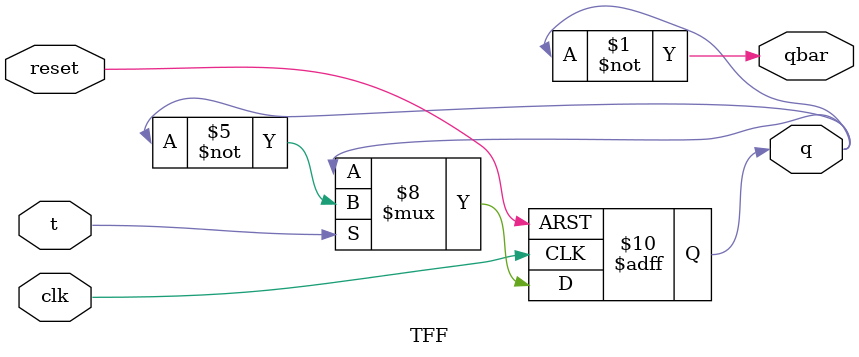
<source format=v>
`timescale 1ns / 1ps


module mod_10_counter_asynchronous(cout,clk1);
output wire [3:0]cout;
input clk1;
wire [3:0]t1;
wire [3:0]qbar1;
wire [1:0]reset1;
assign reset1[0]=~(cout[3]&& cout[1]);
assign t1[0]=1;
assign t1[1]=1;
assign t1[2]=1;
assign t1[3]=1;
TFF ff1(cout[0],qbar1[0],t1[0],clk1,reset1[0]);
TFF ff2(cout[1],qbar1[1],t1[1],qbar1[0],reset1[0]);
TFF ff3(cout[2],qbar1[2],t1[2],qbar1[1],reset1[0]);
TFF ff4(cout[3],qbar1[3],t1[3],qbar1[2],reset1[0]);
endmodule
module TFF(q,qbar,t,clk,reset);
output reg q;
output qbar;
input t,clk,reset;
assign qbar=~q;
initial
begin
q=0;
end
always @(posedge clk or negedge reset )
if (!reset)
begin
q<=1'b0;
end
else if (t==0)
begin
q<=q;

end
else
begin
q<=~q;
end
endmodule

</source>
